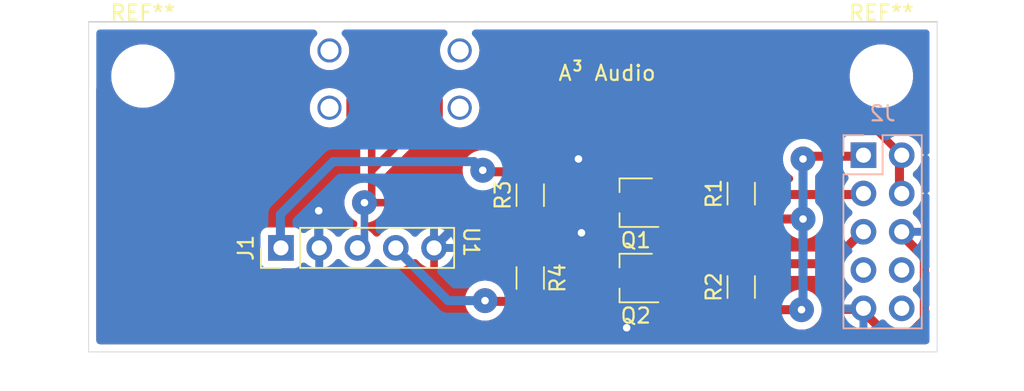
<source format=kicad_pcb>
(kicad_pcb (version 20211014) (generator pcbnew)
  (title_block (comment 4 "AISLER Project ID: AYTTGISU"))
  (layers (0 "F.Cu" signal "Front") (31 "B.Cu" signal "Back") (34 "B.Paste" user) (35 "F.Paste" user) (36 "B.SilkS" user "B.Silkscreen") (37 "F.SilkS" user "F.Silkscreen") (38 "B.Mask" user) (39 "F.Mask" user) (44 "Edge.Cuts" user))
  (net 0 "")
  (net 1 "SDA_5v")
  (net 2 "GND")
  (net 3 "5v")
  (net 4 "SCL_5V")
  (net 5 "3v3")
  (net 6 "SDA")
  (net 7 "SCL")
  (net 10 "GPIO04")
  (net 11 "GPIO14")
  (net 12 "GPIO15")
  (footprint "3dAudioFoot:BSS138" (layer "F.Cu") (at 153 64.5 180)
    (fp_text reference "Q1" (at 0 -2.5 180) (layer "F.SilkS"))
    (fp_text value "BSS138")
    (fp_line (start 1.075 0.7) (end 1.075 1.61) (layer "F.SilkS") (width 0.12))
    (fp_line (start -1.5 -1.61) (end 1.075 -1.61) (layer "F.SilkS") (width 0.12))
    (fp_line (start 1.075 -1.61) (end 1.075 -0.7) (layer "F.SilkS") (width 0.12))
    (fp_line (start -1.075 1.61) (end 1.075 1.61) (layer "F.SilkS") (width 0.12))
    (pad "1" smd rect (at -1 -0.95 180) (size 0.9 0.8) (layers "F.Cu" "F.Paste" "F.Mask") (net 5 "3v3"))
    (pad "2" smd rect (at -1 0.95 180) (size 0.9 0.8) (layers "F.Cu" "F.Paste" "F.Mask") (net 6 "SDA"))
    (pad "3" smd rect (at 1 0 180) (size 0.9 0.8) (layers "F.Cu" "F.Paste" "F.Mask") (net 1 "SDA_5v"))
  )
  (footprint "MountingHole:MountingHole_3.2mm_M3" (layer "F.Cu") (at 120.3 56.1)
    (fp_text reference "REF**" (at 0 -4.2) (layer "F.SilkS"))
    (fp_text value "MountingHole_3.2mm_M3")
    (pad "" np_thru_hole circle locked (at 0 0) (size 3.2 3.2) (drill 3.2) (layers *.Cu *.Mask))
  )
  (footprint "Resistor_SMD:R_1206_3216Metric_Pad1.30x1.75mm_HandSolder" (layer "F.Cu") (at 146 69.5 -90)
    (fp_text reference "R4" (at 0 -1.82 90) (layer "F.SilkS"))
    (fp_text value "10k")
    (fp_line (start -0.727064 -0.91) (end 0.727064 -0.91) (layer "F.SilkS") (width 0.12))
    (fp_line (start -0.727064 0.91) (end 0.727064 0.91) (layer "F.SilkS") (width 0.12))
    (pad "1" smd roundrect locked (at -1.55 0 270) (size 1.3 1.75) (layers "F.Cu" "F.Paste" "F.Mask") (roundrect_rratio 0.1923076923) (net 3 "5v"))
    (pad "2" smd roundrect locked (at 1.55 0 270) (size 1.3 1.75) (layers "F.Cu" "F.Paste" "F.Mask") (roundrect_rratio 0.1923076923) (net 4 "SCL_5V"))
  )
  (footprint "3dAudioFoot:BSS138" (layer "F.Cu") (at 153 69.5 180)
    (fp_text reference "Q2" (at 0 -2.5 180) (layer "F.SilkS"))
    (fp_text value "BSS138")
    (fp_line (start -1.5 -1.61) (end 1.075 -1.61) (layer "F.SilkS") (width 0.12))
    (fp_line (start 1.075 -1.61) (end 1.075 -0.7) (layer "F.SilkS") (width 0.12))
    (fp_line (start 1.075 0.7) (end 1.075 1.61) (layer "F.SilkS") (width 0.12))
    (fp_line (start -1.075 1.61) (end 1.075 1.61) (layer "F.SilkS") (width 0.12))
    (pad "1" smd rect (at -1 -0.95 180) (size 0.9 0.8) (layers "F.Cu" "F.Paste" "F.Mask") (net 5 "3v3"))
    (pad "2" smd rect (at -1 0.95 180) (size 0.9 0.8) (layers "F.Cu" "F.Paste" "F.Mask") (net 7 "SCL"))
    (pad "3" smd rect (at 1 0 180) (size 0.9 0.8) (layers "F.Cu" "F.Paste" "F.Mask") (net 4 "SCL_5V"))
  )
  (footprint "3dAudioFoot:USB-C" (layer "F.Cu") (at 137 54.4 180)
    (fp_text reference "U1" (at -5.08 -12.7 270 unlocked) (layer "F.SilkS"))
    (fp_text value "USB-C")
    (pad "" np_thru_hole circle (at 4.32 -3.8 180) (size 1.6 1.6) (drill 1.2) (layers F&B.Cu *.Mask))
    (pad "" np_thru_hole circle (at -4.32 0 180) (size 1.6 1.6) (drill 1.2) (layers F&B.Cu *.Mask))
    (pad "" np_thru_hole circle (at -4.32 -3.8 180) (size 1.6 1.6) (drill 1.2) (layers F&B.Cu *.Mask))
    (pad "" np_thru_hole circle (at 4.32 0 180) (size 1.6 1.6) (drill 1.2) (layers F&B.Cu *.Mask))
    (pad "1" smd roundrect (at -2.75 -3.8 180) (size 0.9 1.6) (layers "F.Cu" "F.Paste" "F.Mask") (net 2 "GND"))
    (pad "2" smd roundrect (at -1.52 -3.8 180) (size 0.8 1.6) (layers "F.Cu" "F.Paste" "F.Mask") (net 3 "5v"))
    (pad "3" smd roundrect (at -0.5 -3.8 180) (size 0.7 1.6) (layers "F.Cu" "F.Paste" "F.Mask"))
    (pad "4" smd roundrect (at 0.5 -3.8 180) (size 0.7 1.6) (layers "F.Cu" "F.Paste" "F.Mask"))
    (pad "5" smd roundrect (at 1.52 -3.8 180) (size 0.8 1.6) (layers "F.Cu" "F.Paste" "F.Mask") (net 3 "5v"))
    (pad "6" smd roundrect (at 2.75 -3.8 180) (size 0.9 1.6) (layers "F.Cu" "F.Paste" "F.Mask") (net 2 "GND"))
  )
  (footprint "Resistor_SMD:R_1206_3216Metric_Pad1.30x1.75mm_HandSolder" (layer "F.Cu") (at 146 64 90)
    (fp_text reference "R3" (at 0 -1.82 90) (layer "F.SilkS"))
    (fp_text value "10k")
    (fp_line (start -0.727064 0.91) (end 0.727064 0.91) (layer "F.SilkS") (width 0.12))
    (fp_line (start -0.727064 -0.91) (end 0.727064 -0.91) (layer "F.SilkS") (width 0.12))
    (pad "1" smd roundrect locked (at -1.55 0 90) (size 1.3 1.75) (layers "F.Cu" "F.Paste" "F.Mask") (roundrect_rratio 0.1923076923) (net 3 "5v"))
    (pad "2" smd roundrect locked (at 1.55 0 90) (size 1.3 1.75) (layers "F.Cu" "F.Paste" "F.Mask") (roundrect_rratio 0.1923076923) (net 1 "SDA_5v"))
  )
  (footprint "Resistor_SMD:R_1206_3216Metric_Pad1.30x1.75mm_HandSolder" (layer "F.Cu") (at 160 70.1 90)
    (fp_text reference "R2" (at 0 -1.82 90) (layer "F.SilkS"))
    (fp_text value "10k")
    (fp_line (start -0.727064 0.91) (end 0.727064 0.91) (layer "F.SilkS") (width 0.12))
    (fp_line (start -0.727064 -0.91) (end 0.727064 -0.91) (layer "F.SilkS") (width 0.12))
    (pad "1" smd roundrect locked (at -1.55 0 90) (size 1.3 1.75) (layers "F.Cu" "F.Paste" "F.Mask") (roundrect_rratio 0.1923076923) (net 5 "3v3"))
    (pad "2" smd roundrect locked (at 1.55 0 90) (size 1.3 1.75) (layers "F.Cu" "F.Paste" "F.Mask") (roundrect_rratio 0.1923076923) (net 7 "SCL"))
  )
  (footprint "Connector_PinHeader_2.54mm:PinHeader_1x05_P2.54mm_Vertical" (layer "F.Cu") (at 129.46 67.5 90)
    (fp_text reference "J1" (at 0 -2.33 90) (layer "F.SilkS"))
    (fp_text value "Conn_01x05_Male")
    (fp_line (start 1.33 1.27) (end 1.33 11.49) (layer "F.SilkS") (width 0.12))
    (fp_line (start -1.33 1.27) (end -1.33 11.49) (layer "F.SilkS") (width 0.12))
    (fp_line (start -1.33 1.27) (end 1.33 1.27) (layer "F.SilkS") (width 0.12))
    (fp_line (start -1.33 0) (end -1.33 -1.33) (layer "F.SilkS") (width 0.12))
    (fp_line (start -1.33 11.49) (end 1.33 11.49) (layer "F.SilkS") (width 0.12))
    (fp_line (start -1.33 -1.33) (end 0 -1.33) (layer "F.SilkS") (width 0.12))
    (pad "1" thru_hole rect (at 0 0 90) (size 1.7 1.7) (drill 1) (layers *.Cu *.Mask) (net 1 "SDA_5v"))
    (pad "2" thru_hole oval (at 0 2.54 90) (size 1.7 1.7) (drill 1) (layers *.Cu *.Mask) (net 2 "GND"))
    (pad "3" thru_hole oval (at 0 5.08 90) (size 1.7 1.7) (drill 1) (layers *.Cu *.Mask) (net 3 "5v"))
    (pad "4" thru_hole oval (at 0 7.62 90) (size 1.7 1.7) (drill 1) (layers *.Cu *.Mask) (net 4 "SCL_5V"))
    (pad "5" thru_hole oval (at 0 10.16 90) (size 1.7 1.7) (drill 1) (layers *.Cu *.Mask) (net 2 "GND"))
  )
  (footprint "MountingHole:MountingHole_3.2mm_M3" (layer "F.Cu") (at 169.3 56.1)
    (fp_text reference "REF**" (at 0 -4.2) (layer "F.SilkS"))
    (fp_text value "MountingHole_3.2mm_M3")
    (pad "" np_thru_hole circle locked (at 0 0) (size 3.2 3.2) (drill 3.2) (layers *.Cu *.Mask))
  )
  (footprint "Resistor_SMD:R_1206_3216Metric_Pad1.30x1.75mm_HandSolder" (layer "F.Cu") (at 160 63.9 90)
    (fp_text reference "R1" (at 0 -1.82 90) (layer "F.SilkS"))
    (fp_text value "10k")
    (fp_line (start -0.727064 0.91) (end 0.727064 0.91) (layer "F.SilkS") (width 0.12))
    (fp_line (start -0.727064 -0.91) (end 0.727064 -0.91) (layer "F.SilkS") (width 0.12))
    (pad "1" smd roundrect locked (at -1.55 0 90) (size 1.3 1.75) (layers "F.Cu" "F.Paste" "F.Mask") (roundrect_rratio 0.1923076923) (net 5 "3v3"))
    (pad "2" smd roundrect locked (at 1.55 0 90) (size 1.3 1.75) (layers "F.Cu" "F.Paste" "F.Mask") (roundrect_rratio 0.1923076923) (net 6 "SDA"))
  )
  (footprint "Connector_PinSocket_2.54mm:PinSocket_2x05_P2.54mm_Vertical" (layer "B.Cu") (at 168.11 61.35 180)
    (fp_text reference "J2" (at -1.27 2.77) (layer "B.SilkS") (effects (justify mirror)))
    (fp_text value "Conn_02x05_Odd_Even")
    (fp_line (start 1.33 -1.27) (end 1.33 -11.49) (layer "B.SilkS") (width 0.12))
    (fp_line (start 0 1.33) (end 1.33 1.33) (layer "B.SilkS") (width 0.12))
    (fp_line (start 1.33 1.33) (end 1.33 0) (layer "B.SilkS") (width 0.12))
    (fp_line (start -3.87 -11.49) (end 1.33 -11.49) (layer "B.SilkS") (width 0.12))
    (fp_line (start -3.87 1.33) (end -3.87 -11.49) (layer "B.SilkS") (width 0.12))
    (fp_line (start -1.27 1.33) (end -1.27 -1.27) (layer "B.SilkS") (width 0.12))
    (fp_line (start -3.87 1.33) (end -1.27 1.33) (layer "B.SilkS") (width 0.12))
    (fp_line (start -1.27 -1.27) (end 1.33 -1.27) (layer "B.SilkS") (width 0.12))
    (pad "1" thru_hole rect (at 0 0 180) (size 1.7 1.7) (drill 1) (layers *.Cu *.Mask) (net 5 "3v3"))
    (pad "2" thru_hole oval (at -2.54 0 180) (size 1.7 1.7) (drill 1) (layers *.Cu *.Mask) (net 3 "5v"))
    (pad "3" thru_hole oval (at 0 -2.54 180) (size 1.7 1.7) (drill 1) (layers *.Cu *.Mask) (net 6 "SDA"))
    (pad "4" thru_hole oval (at -2.54 -2.54 180) (size 1.7 1.7) (drill 1) (layers *.Cu *.Mask) (net 3 "5v"))
    (pad "5" thru_hole oval (at 0 -5.08 180) (size 1.7 1.7) (drill 1) (layers *.Cu *.Mask) (net 7 "SCL"))
    (pad "6" thru_hole oval (at -2.54 -5.08 180) (size 1.7 1.7) (drill 1) (layers *.Cu *.Mask) (net 2 "GND"))
    (pad "7" thru_hole oval (at 0 -7.62 180) (size 1.7 1.7) (drill 1) (layers *.Cu *.Mask) (net 10 "GPIO04"))
    (pad "8" thru_hole oval (at -2.54 -7.62 180) (size 1.7 1.7) (drill 1) (layers *.Cu *.Mask) (net 11 "GPIO14"))
    (pad "9" thru_hole oval (at 0 -10.16 180) (size 1.7 1.7) (drill 1) (layers *.Cu *.Mask) (net 2 "GND"))
    (pad "10" thru_hole oval (at -2.54 -10.16 180) (size 1.7 1.7) (drill 1) (layers *.Cu *.Mask) (net 12 "GPIO15"))
  )
  (gr_line (start 116.7 52.5) (end 116.7 74.4) (layer "Edge.Cuts") (width 0.05))
  (gr_line (start 173 52.5) (end 116.7 52.5) (layer "Edge.Cuts") (width 0.1))
  (gr_line (start 173 52.5) (end 173 74.4) (layer "Edge.Cuts") (width 0.05))
  (gr_line (start 173 74.4) (end 116.7 74.4) (layer "Edge.Cuts") (width 0.05))
  (gr_text "A³ Audio\n" (at 151.1 55.9) (layer "F.SilkS") (effects (font (size 1 1))))
  (segment (start 148.05 64.5) (end 146 62.45) (width 0.6) (layer "F.Cu") (net 1))
  (segment (start 142.95 62.45) (end 142.85 62.35) (width 0.6) (layer "F.Cu") (net 1))
  (segment (start 146 62.45) (end 142.95 62.45) (width 0.6) (layer "F.Cu") (net 1))
  (segment (start 152.0625 64.5) (end 148.05 64.5) (width 0.6) (layer "F.Cu") (net 1))
  (via (at 142.85 62.35) (size 1.65) (drill 0.5) (layers "F.Cu" "B.Cu") (net 1))
  (segment (start 142.85 62.35) (end 142.275969 61.775969) (width 0.6) (layer "B.Cu") (net 1))
  (segment (start 129.425 65.275) (end 129.425 67.5) (width 0.6) (layer "B.Cu") (net 1))
  (segment (start 132.924031 61.775969) (end 129.425 65.275) (width 0.6) (layer "B.Cu") (net 1))
  (segment (start 142.275969 61.775969) (end 132.924031 61.775969) (width 0.6) (layer "B.Cu") (net 1))
  (segment (start 167.96 71.58) (end 166.52 71.58) (width 0.6) (layer "F.Cu") (net 2))
  (segment (start 152.824511 73.224511) (end 152.4 72.8) (width 0.6) (layer "F.Cu") (net 2))
  (segment (start 170.5 66.5) (end 172.149511 68.149511) (width 0.6) (layer "F.Cu") (net 2))
  (segment (start 134.25 56.75) (end 134.25 58.12) (width 0.6) (layer "F.Cu") (net 2))
  (segment (start 134.2 62.8) (end 131.965 65.035) (width 0.6) (layer "F.Cu") (net 2))
  (segment (start 134.25 58.12) (end 134.2 58.17) (width 0.6) (layer "F.Cu") (net 2))
  (segment (start 139.75 58.122136) (end 139.75 57.136466) (width 0.6) (layer "F.Cu") (net 2))
  (segment (start 140 67.085) (end 139.585 67.5) (width 0.6) (layer "F.Cu") (net 2))
  (segment (start 164.672896 73.224511) (end 153.624511 73.224511) (width 0.6) (layer "F.Cu") (net 2))
  (segment (start 134.2 58.17) (end 134.2 62.8) (width 0.6) (layer "F.Cu") (net 2))
  (segment (start 169.88 73.5) (end 167.96 71.58) (width 0.6) (layer "F.Cu") (net 2))
  (segment (start 166.317407 71.58) (end 164.672896 73.224511) (width 0.6) (layer "F.Cu") (net 2))
  (segment (start 166.52 71.58) (end 166.317407 71.58) (width 0.6) (layer "F.Cu") (net 2))
  (segment (start 139.75 57.136466) (end 139.134014 56.52048) (width 0.6) (layer "F.Cu") (net 2))
  (segment (start 172.149511 68.149511) (end 172.149511 72.263251) (width 0.6) (layer "F.Cu") (net 2))
  (segment (start 139.134014 56.52048) (end 134.47952 56.52048) (width 0.6) (layer "F.Cu") (net 2))
  (segment (start 153.624511 73.224511) (end 152.824511 73.224511) (width 0.6) (layer "F.Cu") (net 2))
  (segment (start 170.912762 73.5) (end 169.88 73.5) (width 0.6) (layer "F.Cu") (net 2))
  (segment (start 134.25 58.12) (end 134.25 58.272113) (width 0.5) (layer "F.Cu") (net 2))
  (segment (start 172.149511 72.263251) (end 170.912762 73.5) (width 0.6) (layer "F.Cu") (net 2))
  (segment (start 134.47952 56.52048) (end 134.25 56.75) (width 0.6) (layer "F.Cu") (net 2))
  (via (at 152.4 72.8) (size 1.65) (drill 0.5) (layers "F.Cu" "B.Cu") (net 2))
  (via (at 149.2 61.6) (size 1.65) (drill 0.5) (layers "F.Cu" "B.Cu") (net 2))
  (via (at 149.4 66.5) (size 1.65) (drill 0.5) (layers "F.Cu" "B.Cu") (net 2))
  (via (at 131.965 65.035) (size 1.65) (drill 0.5) (layers "F.Cu" "B.Cu") (net 2))
  (segment (start 141.5425 65.5425) (end 138.875489 62.875489) (width 0.6) (layer "B.Cu") (net 2))
  (segment (start 134.124511 62.875489) (end 131.965 65.035) (width 0.6) (layer "B.Cu") (net 2))
  (segment (start 152.4 72.8) (end 144.91225 65.31225) (width 0.6) (layer "B.Cu") (net 2))
  (segment (start 131.965 65.035) (end 131.965 67.5) (width 0.6) (layer "B.Cu") (net 2))
  (segment (start 144.91225 65.31225) (end 141.77275 65.31225) (width 0.6) (layer "B.Cu") (net 2))
  (segment (start 141.5425 65.5425) (end 139.585 67.5) (width 0.6) (layer "B.Cu") (net 2))
  (segment (start 141.77275 65.31225) (end 141.5425 65.5425) (width 0.6) (layer "B.Cu") (net 2))
  (segment (start 138.875489 62.875489) (end 134.124511 62.875489) (width 0.6) (layer "B.Cu") (net 2))
  (segment (start 138.089511 59.770489) (end 169.070489 59.770489) (width 0.5) (layer "F.Cu") (net 3))
  (segment (start 136.58 61.28) (end 135.83 62.03) (width 0.5) (layer "F.Cu") (net 3))
  (segment (start 137.33 60.53) (end 138.089511 59.770489) (width 0.5) (layer "F.Cu") (net 3))
  (segment (start 170.5 63.96) (end 170.5 61.42) (width 0.6) (layer "F.Cu") (net 3))
  (segment (start 135 64.5) (end 144.95 64.5) (width 0.5) (layer "F.Cu") (net 3))
  (segment (start 144.95 64.5) (end 146 65.55) (width 0.5) (layer "F.Cu") (net 3))
  (segment (start 138.52 58.12) (end 138.52 59.34) (width 0.5) (layer "F.Cu") (net 3))
  (segment (start 135.83 62.03) (end 135.48 62.38) (width 0.5) (layer "F.Cu") (net 3))
  (segment (start 135.48 62.38) (end 135.48 58.12) (width 0.5) (layer "F.Cu") (net 3))
  (segment (start 137.33 60.53) (end 136.58 61.28) (width 0.5) (layer "F.Cu") (net 3))
  (segment (start 135 64.5) (end 135.48 64.02) (width 0.5) (layer "F.Cu") (net 3))
  (segment (start 146 67.1) (end 146 67.95) (width 0.6) (layer "F.Cu") (net 3))
  (segment (start 169.070489 59.770489) (end 170.65 61.35) (width 0.5) (layer "F.Cu") (net 3))
  (segment (start 138.52 59.34) (end 137.33 60.53) (width 0.5) (layer "F.Cu") (net 3))
  (segment (start 135.48 64.02) (end 135.48 62.38) (width 0.5) (layer "F.Cu") (net 3))
  (segment (start 146 65.55) (end 146 67.1) (width 0.6) (layer "F.Cu") (net 3))
  (via (at 135 64.5) (size 1.65) (drill 0.5) (layers "F.Cu" "B.Cu") (net 3))
  (segment (start 135 64.5) (end 135 67.005) (width 0.5) (layer "B.Cu") (net 3))
  (segment (start 135 67.005) (end 134.505 67.5) (width 0.5) (layer "B.Cu") (net 3))
  (segment (start 146 71.05) (end 143.05 71.05) (width 0.6) (layer "F.Cu") (net 4))
  (segment (start 147.55 69.5) (end 146 71.05) (width 0.6) (layer "F.Cu") (net 4))
  (segment (start 152.0625 69.5) (end 147.55 69.5) (width 0.6) (layer "F.Cu") (net 4))
  (segment (start 143.05 71.05) (end 143 71) (width 0.6) (layer "F.Cu") (net 4))
  (via (at 143 71) (size 1.65) (drill 0.5) (layers "F.Cu" "B.Cu") (net 4))
  (segment (start 140.545 71) (end 137.045 67.5) (width 0.6) (layer "B.Cu") (net 4))
  (segment (start 143 71) (end 140.545 71) (width 0.6) (layer "B.Cu") (net 4))
  (segment (start 160 65.45) (end 153.9375 65.45) (width 0.6) (layer "F.Cu") (net 5))
  (segment (start 160.1345 65.5845) (end 160 65.45) (width 0.6) (layer "F.Cu") (net 5))
  (segment (start 167.96 61.42) (end 164.28 61.42) (width 0.6) (layer "F.Cu") (net 5))
  (segment (start 164 71.6) (end 160.05 71.6) (width 0.6) (layer "F.Cu") (net 5))
  (segment (start 160 71.65) (end 155.1375 71.65) (width 0.6) (layer "F.Cu") (net 5))
  (segment (start 160.05 71.6) (end 160 71.65) (width 0.6) (layer "F.Cu") (net 5))
  (segment (start 155.1375 71.65) (end 153.9375 70.45) (width 0.6) (layer "F.Cu") (net 5))
  (segment (start 164.28 61.42) (end 164.1 61.6) (width 0.6) (layer "F.Cu") (net 5))
  (segment (start 164.1 65.5845) (end 160.1345 65.5845) (width 0.6) (layer "F.Cu") (net 5))
  (via (at 164.1 61.6) (size 1.65) (drill 0.5) (layers "F.Cu" "B.Cu") (net 5))
  (via (at 164 71.6) (size 1.65) (drill 0.5) (layers "F.Cu" "B.Cu") (net 5))
  (via (at 164.1 65.5845) (size 1.65) (drill 0.5) (layers "F.Cu" "B.Cu") (net 5))
  (segment (start 164.1 66.1) (end 164.1 65.5845) (width 0.6) (layer "B.Cu") (net 5))
  (segment (start 164.1 66.1) (end 164.1 71.5) (width 0.6) (layer "B.Cu") (net 5))
  (segment (start 164.1 71.5) (end 164 71.6) (width 0.6) (layer "B.Cu") (net 5))
  (segment (start 164.1 61.6) (end 164.1 66.1) (width 0.6) (layer "B.Cu") (net 5))
  (segment (start 167.96 63.96) (end 161.61 63.96) (width 0.6) (layer "F.Cu") (net 6))
  (segment (start 154.95 62.35) (end 160 62.35) (width 0.6) (layer "F.Cu") (net 6))
  (segment (start 153.9375 63.55) (end 153.9375 63.3625) (width 0.6) (layer "F.Cu") (net 6))
  (segment (start 161.61 63.96) (end 160 62.35) (width 0.6) (layer "F.Cu") (net 6))
  (segment (start 153.9375 63.3625) (end 154.95 62.35) (width 0.6) (layer "F.Cu") (net 6))
  (segment (start 160 68.55) (end 165.91 68.55) (width 0.6) (layer "F.Cu") (net 7))
  (segment (start 165.91 68.55) (end 167.96 66.5) (width 0.6) (layer "F.Cu") (net 7))
  (segment (start 160 68.55) (end 153.9375 68.55) (width 0.6) (layer "F.Cu") (net 7))
  (zone (net 2) (net_name "GND") (layers F&B.Cu) (connect_pads (clearance 0.508)) (min_thickness 0.5) (fill yes (thermal_gap 0.508) (thermal_bridge_width 0.508) (smoothing chamfer) (radius 1))
    (polygon (pts (xy 174.4 77) (xy 115.2 76.4) (xy 117.6 53.2) (xy 174.2 53)))
  )
  (zone (net 2) (net_name "GND") (layer "B.Cu") (connect_pads (clearance 0.508)) (min_thickness 0.5) (fill yes (thermal_gap 0.508) (thermal_bridge_width 0.508) (smoothing chamfer) (radius 1))
    (polygon (pts (xy 173.4 76) (xy 114.2 75.4) (xy 116.6 52.2) (xy 173.2 52)))
  )
)
</source>
